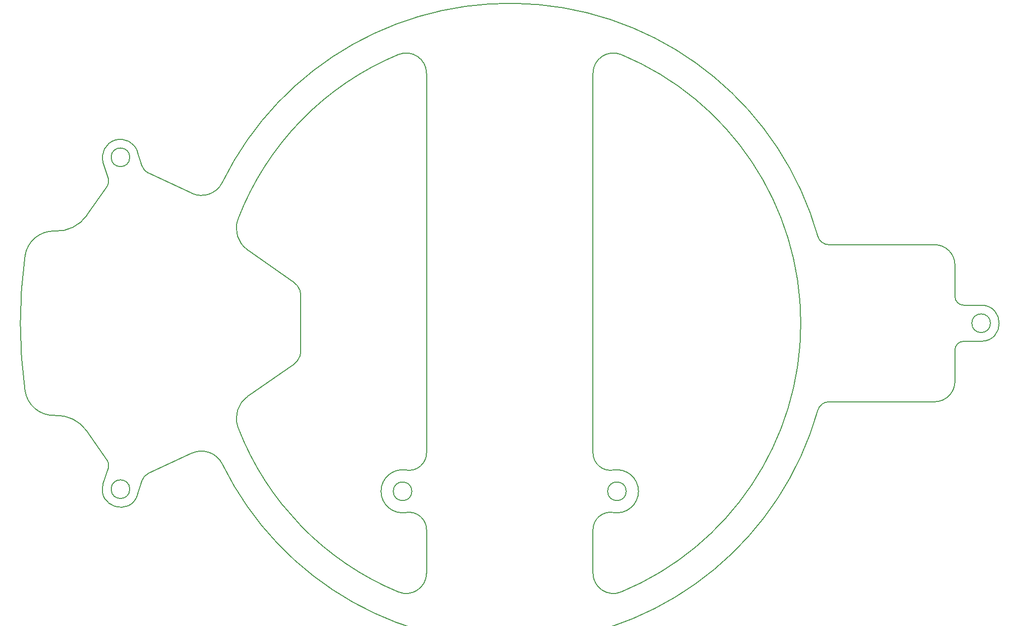
<source format=gbr>
%TF.GenerationSoftware,KiCad,Pcbnew,8.0.6*%
%TF.CreationDate,2024-11-15T00:49:57-05:00*%
%TF.ProjectId,LinePCB,4c696e65-5043-4422-9e6b-696361645f70,rev?*%
%TF.SameCoordinates,Original*%
%TF.FileFunction,Profile,NP*%
%FSLAX46Y46*%
G04 Gerber Fmt 4.6, Leading zero omitted, Abs format (unit mm)*
G04 Created by KiCad (PCBNEW 8.0.6) date 2024-11-15 00:49:57*
%MOMM*%
%LPD*%
G01*
G04 APERTURE LIST*
%TA.AperFunction,Profile*%
%ADD10C,0.200000*%
%TD*%
G04 APERTURE END LIST*
D10*
X53324001Y-117926270D02*
G75*
G02*
X54943751Y-112626728I4200799J1613370D01*
G01*
X63953905Y-105655418D02*
G75*
G02*
X62864136Y-107080803I-2818805J1025818D01*
G01*
X80860215Y-146191651D02*
G75*
G02*
X53324001Y-117926270I19139785J46191651D01*
G01*
X114300000Y-57041800D02*
G75*
G02*
X119139772Y-53808379I3500000J0D01*
G01*
X31021874Y-75181415D02*
X30151510Y-72400712D01*
X21883400Y-115847419D02*
G75*
G02*
X16707567Y-111538498I-223080J4995079D01*
G01*
X37893618Y-125820564D02*
X45335315Y-122350444D01*
X117799709Y-125238871D02*
G75*
G02*
X114300018Y-122280782I-499709J2958071D01*
G01*
X45335315Y-122350444D02*
G75*
G02*
X50617283Y-124214601I1690485J-3625256D01*
G01*
X16707566Y-88461502D02*
G75*
G02*
X21883400Y-84152580I4952704J-686098D01*
G01*
X152927440Y-114956140D02*
G75*
G02*
X154852074Y-113500071I1924560J-543860D01*
G01*
X119139785Y-146191651D02*
G75*
G02*
X114299999Y-142973166I-1339785J3233451D01*
G01*
X64095415Y-95152044D02*
X64095415Y-104852900D01*
X82200291Y-132535491D02*
G75*
G02*
X82200291Y-125238869I-616311J3648311D01*
G01*
X64095415Y-104852900D02*
G75*
G02*
X63953909Y-105655420I-2346415J0D01*
G01*
X176487850Y-89999920D02*
X176487850Y-95412147D01*
X120016017Y-128887181D02*
G75*
G02*
X116816017Y-128887181I-1600000J0D01*
G01*
X116816017Y-128887181D02*
G75*
G02*
X120016017Y-128887181I1600000J0D01*
G01*
X114300000Y-57041800D02*
X114300000Y-100000000D01*
X31018702Y-124828717D02*
X30151514Y-127599274D01*
X85700000Y-100000000D02*
X85700000Y-122280800D01*
X50617280Y-75785397D02*
G75*
G02*
X45335317Y-77649553I-3591480J1761097D01*
G01*
X62855478Y-92913132D02*
G75*
G02*
X63953911Y-94344580I-1720578J-2457468D01*
G01*
X154852100Y-86500000D02*
G75*
G02*
X152927464Y-85043853I0J2000000D01*
G01*
X16707566Y-111538498D02*
G75*
G02*
X16707566Y-88461502I83292434J11538498D01*
G01*
X114300000Y-135493600D02*
G75*
G02*
X117799706Y-132535510I3000000J0D01*
G01*
X37886952Y-74176327D02*
X45335315Y-77649556D01*
X83183983Y-128887181D02*
G75*
G02*
X79983983Y-128887181I-1600000J0D01*
G01*
X79983983Y-128887181D02*
G75*
G02*
X83183983Y-128887181I1600000J0D01*
G01*
X53324001Y-82073730D02*
G75*
G02*
X80860215Y-53808349I46675999J-17926270D01*
G01*
X119139785Y-53808349D02*
G75*
G02*
X150000000Y-100000000I-19139785J-46191651D01*
G01*
X54943747Y-112626722D02*
X62864137Y-107080804D01*
X150000000Y-100000000D02*
G75*
G02*
X119139785Y-146191651I-50000000J0D01*
G01*
X152927440Y-114956140D02*
G75*
G02*
X50617280Y-124214603I-52927440J14956140D01*
G01*
X176487850Y-110000000D02*
X176487850Y-104600000D01*
X85700000Y-142958200D02*
G75*
G02*
X80860228Y-146191621I-3500000J0D01*
G01*
X177988000Y-96900000D02*
G75*
G02*
X176487851Y-95412147I0J1500200D01*
G01*
X180987850Y-96900000D02*
G75*
G02*
X180987850Y-103100000I0J-3100000D01*
G01*
X172987930Y-86500000D02*
X154852100Y-86500000D01*
X36068440Y-129451297D02*
X36823519Y-127038917D01*
X34709980Y-71474722D02*
G75*
G02*
X31509980Y-71474722I-1600000J0D01*
G01*
X31509980Y-71474722D02*
G75*
G02*
X34709980Y-71474722I1600000J0D01*
G01*
X36073803Y-70565839D02*
X36823540Y-72961151D01*
X180987850Y-103100000D02*
X177987850Y-103100000D01*
X82200291Y-132535491D02*
G75*
G02*
X85700001Y-135504277I499709J-2958109D01*
G01*
X176487850Y-104600000D02*
G75*
G02*
X177987850Y-103099950I1500050J0D01*
G01*
X31021874Y-75181415D02*
G75*
G02*
X30819078Y-76489900I-1431574J-448085D01*
G01*
X30819086Y-76489905D02*
X27333004Y-81468545D01*
X172987850Y-113500000D02*
X154852074Y-113500000D01*
X85700000Y-135504277D02*
X85700000Y-142958200D01*
X27333004Y-81468545D02*
G75*
G02*
X21883400Y-84152580I-5168034J3618665D01*
G01*
X37886952Y-74176327D02*
G75*
G02*
X36823509Y-72961161I845248J1812627D01*
G01*
X182587850Y-100000000D02*
G75*
G02*
X179387850Y-100000000I-1600000J0D01*
G01*
X179387850Y-100000000D02*
G75*
G02*
X182587850Y-100000000I1600000J0D01*
G01*
X34709980Y-128525278D02*
G75*
G02*
X31509980Y-128525278I-1600000J0D01*
G01*
X31509980Y-128525278D02*
G75*
G02*
X34709980Y-128525278I1600000J0D01*
G01*
X85700000Y-122280800D02*
G75*
G02*
X82200288Y-125238889I-3000000J0D01*
G01*
X117799709Y-125238871D02*
G75*
G02*
X117799703Y-132535528I616291J-3648329D01*
G01*
X54943722Y-87373261D02*
X62855478Y-92913132D01*
X172987930Y-86500000D02*
G75*
G02*
X176487800Y-89999920I-30J-3499900D01*
G01*
X36823519Y-127038917D02*
G75*
G02*
X37893618Y-125820565I1908881J-597483D01*
G01*
X114300000Y-135493600D02*
X114300000Y-142973166D01*
X36068440Y-129451297D02*
G75*
G02*
X30151511Y-127599273I-2958460J926027D01*
G01*
X21883400Y-115847419D02*
G75*
G02*
X27324647Y-118519526I281530J-6302811D01*
G01*
X30819086Y-123510095D02*
G75*
G02*
X31018747Y-124828731I-1228886J-860505D01*
G01*
X63953905Y-94344582D02*
G75*
G02*
X64095414Y-95152044I-2205905J-802718D01*
G01*
X114300000Y-100000000D02*
X114300000Y-122280782D01*
X85700000Y-57056766D02*
X85700000Y-100000000D01*
X30819086Y-123510095D02*
X27324650Y-118519524D01*
X30151510Y-72400712D02*
G75*
G02*
X36073799Y-70565840I2958500J925972D01*
G01*
X80860215Y-53808349D02*
G75*
G02*
X85700001Y-57056766I1339785J-3233451D01*
G01*
X180987850Y-96900000D02*
X177988000Y-96900000D01*
X50617280Y-75785397D02*
G75*
G02*
X152927440Y-85043860I49382720J-24214603D01*
G01*
X54943722Y-87373261D02*
G75*
G02*
X53323994Y-82073727I2581078J3686161D01*
G01*
X176487850Y-110000000D02*
G75*
G02*
X172987850Y-113500050I-3500050J0D01*
G01*
M02*

</source>
